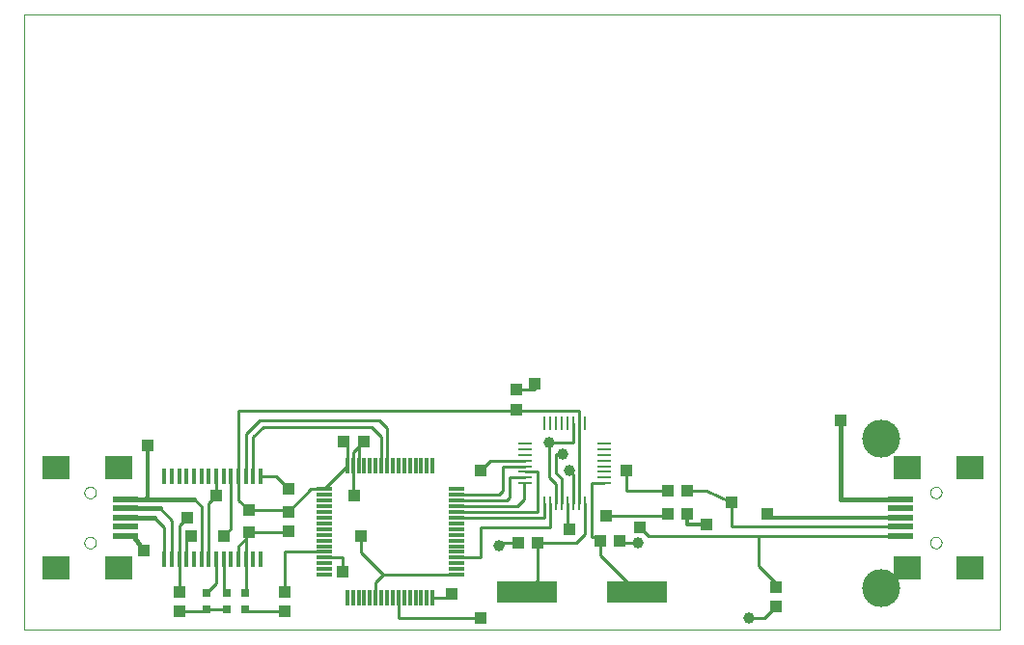
<source format=gtl>
G75*
G70*
%OFA0B0*%
%FSLAX24Y24*%
%IPPOS*%
%LPD*%
%AMOC8*
5,1,8,0,0,1.08239X$1,22.5*
%
%ADD10C,0.0000*%
%ADD11R,0.0433X0.0394*%
%ADD12R,0.0315X0.0315*%
%ADD13R,0.0137X0.0550*%
%ADD14R,0.0394X0.0433*%
%ADD15R,0.0118X0.0551*%
%ADD16R,0.0551X0.0118*%
%ADD17R,0.0945X0.0787*%
%ADD18R,0.0909X0.0197*%
%ADD19R,0.2100X0.0760*%
%ADD20R,0.0100X0.0450*%
%ADD21R,0.0450X0.0100*%
%ADD22C,0.1310*%
%ADD23C,0.0100*%
%ADD24R,0.0396X0.0396*%
%ADD25C,0.0160*%
%ADD26C,0.0396*%
%ADD27C,0.0120*%
D10*
X000128Y000229D02*
X000128Y021481D01*
X033828Y021481D01*
X033828Y000229D01*
X000128Y000229D01*
X002199Y003238D02*
X002201Y003265D01*
X002207Y003292D01*
X002216Y003318D01*
X002229Y003342D01*
X002245Y003365D01*
X002264Y003384D01*
X002286Y003401D01*
X002310Y003415D01*
X002335Y003425D01*
X002362Y003432D01*
X002389Y003435D01*
X002417Y003434D01*
X002444Y003429D01*
X002470Y003421D01*
X002494Y003409D01*
X002517Y003393D01*
X002538Y003375D01*
X002555Y003354D01*
X002570Y003330D01*
X002581Y003305D01*
X002589Y003279D01*
X002593Y003252D01*
X002593Y003224D01*
X002589Y003197D01*
X002581Y003171D01*
X002570Y003146D01*
X002555Y003122D01*
X002538Y003101D01*
X002517Y003083D01*
X002495Y003067D01*
X002470Y003055D01*
X002444Y003047D01*
X002417Y003042D01*
X002389Y003041D01*
X002362Y003044D01*
X002335Y003051D01*
X002310Y003061D01*
X002286Y003075D01*
X002264Y003092D01*
X002245Y003111D01*
X002229Y003134D01*
X002216Y003158D01*
X002207Y003184D01*
X002201Y003211D01*
X002199Y003238D01*
X002199Y004970D02*
X002201Y004997D01*
X002207Y005024D01*
X002216Y005050D01*
X002229Y005074D01*
X002245Y005097D01*
X002264Y005116D01*
X002286Y005133D01*
X002310Y005147D01*
X002335Y005157D01*
X002362Y005164D01*
X002389Y005167D01*
X002417Y005166D01*
X002444Y005161D01*
X002470Y005153D01*
X002494Y005141D01*
X002517Y005125D01*
X002538Y005107D01*
X002555Y005086D01*
X002570Y005062D01*
X002581Y005037D01*
X002589Y005011D01*
X002593Y004984D01*
X002593Y004956D01*
X002589Y004929D01*
X002581Y004903D01*
X002570Y004878D01*
X002555Y004854D01*
X002538Y004833D01*
X002517Y004815D01*
X002495Y004799D01*
X002470Y004787D01*
X002444Y004779D01*
X002417Y004774D01*
X002389Y004773D01*
X002362Y004776D01*
X002335Y004783D01*
X002310Y004793D01*
X002286Y004807D01*
X002264Y004824D01*
X002245Y004843D01*
X002229Y004866D01*
X002216Y004890D01*
X002207Y004916D01*
X002201Y004943D01*
X002199Y004970D01*
X031410Y004970D02*
X031412Y004997D01*
X031418Y005024D01*
X031427Y005050D01*
X031440Y005074D01*
X031456Y005097D01*
X031475Y005116D01*
X031497Y005133D01*
X031521Y005147D01*
X031546Y005157D01*
X031573Y005164D01*
X031600Y005167D01*
X031628Y005166D01*
X031655Y005161D01*
X031681Y005153D01*
X031705Y005141D01*
X031728Y005125D01*
X031749Y005107D01*
X031766Y005086D01*
X031781Y005062D01*
X031792Y005037D01*
X031800Y005011D01*
X031804Y004984D01*
X031804Y004956D01*
X031800Y004929D01*
X031792Y004903D01*
X031781Y004878D01*
X031766Y004854D01*
X031749Y004833D01*
X031728Y004815D01*
X031706Y004799D01*
X031681Y004787D01*
X031655Y004779D01*
X031628Y004774D01*
X031600Y004773D01*
X031573Y004776D01*
X031546Y004783D01*
X031521Y004793D01*
X031497Y004807D01*
X031475Y004824D01*
X031456Y004843D01*
X031440Y004866D01*
X031427Y004890D01*
X031418Y004916D01*
X031412Y004943D01*
X031410Y004970D01*
X031410Y003238D02*
X031412Y003265D01*
X031418Y003292D01*
X031427Y003318D01*
X031440Y003342D01*
X031456Y003365D01*
X031475Y003384D01*
X031497Y003401D01*
X031521Y003415D01*
X031546Y003425D01*
X031573Y003432D01*
X031600Y003435D01*
X031628Y003434D01*
X031655Y003429D01*
X031681Y003421D01*
X031705Y003409D01*
X031728Y003393D01*
X031749Y003375D01*
X031766Y003354D01*
X031781Y003330D01*
X031792Y003305D01*
X031800Y003279D01*
X031804Y003252D01*
X031804Y003224D01*
X031800Y003197D01*
X031792Y003171D01*
X031781Y003146D01*
X031766Y003122D01*
X031749Y003101D01*
X031728Y003083D01*
X031706Y003067D01*
X031681Y003055D01*
X031655Y003047D01*
X031628Y003042D01*
X031600Y003041D01*
X031573Y003044D01*
X031546Y003051D01*
X031521Y003061D01*
X031497Y003075D01*
X031475Y003092D01*
X031456Y003111D01*
X031440Y003134D01*
X031427Y003158D01*
X031418Y003184D01*
X031412Y003211D01*
X031410Y003238D01*
D11*
X020698Y003300D03*
X020029Y003300D03*
X017864Y003221D03*
X017194Y003221D03*
X011837Y006729D03*
X011168Y006729D03*
X009128Y001545D03*
X009128Y000876D03*
X005470Y000876D03*
X005470Y001545D03*
D12*
X006424Y001506D03*
X006424Y000915D03*
X007128Y000915D03*
X007753Y000915D03*
X007753Y001506D03*
X007128Y001506D03*
D13*
X007011Y002665D03*
X006756Y002665D03*
X006500Y002665D03*
X006244Y002665D03*
X005988Y002665D03*
X005732Y002665D03*
X005476Y002665D03*
X005220Y002665D03*
X004964Y002665D03*
X007267Y002665D03*
X007523Y002665D03*
X007779Y002665D03*
X008035Y002665D03*
X008291Y002665D03*
X008291Y005544D03*
X008035Y005544D03*
X007779Y005544D03*
X007523Y005544D03*
X007267Y005544D03*
X007011Y005544D03*
X006756Y005544D03*
X006500Y005544D03*
X006244Y005544D03*
X005988Y005544D03*
X005732Y005544D03*
X005476Y005544D03*
X005220Y005544D03*
X004964Y005544D03*
D14*
X009253Y004314D03*
X009253Y003644D03*
X017135Y007847D03*
X017135Y008517D03*
X022344Y005035D03*
X023013Y005035D03*
X023013Y004238D03*
X022344Y004238D03*
X026087Y001706D03*
X026087Y001037D03*
D15*
X014229Y001321D03*
X014032Y001321D03*
X013835Y001321D03*
X013638Y001321D03*
X013442Y001321D03*
X013245Y001321D03*
X013048Y001321D03*
X012851Y001321D03*
X012654Y001321D03*
X012457Y001321D03*
X012260Y001321D03*
X012064Y001321D03*
X011867Y001321D03*
X011670Y001321D03*
X011473Y001321D03*
X011276Y001321D03*
X011276Y005888D03*
X011473Y005888D03*
X011670Y005888D03*
X011867Y005888D03*
X012064Y005888D03*
X012260Y005888D03*
X012457Y005888D03*
X012654Y005888D03*
X012851Y005888D03*
X013048Y005888D03*
X013245Y005888D03*
X013442Y005888D03*
X013638Y005888D03*
X013835Y005888D03*
X014032Y005888D03*
X014229Y005888D03*
D16*
X015036Y005081D03*
X015036Y004884D03*
X015036Y004687D03*
X015036Y004490D03*
X015036Y004293D03*
X015036Y004096D03*
X015036Y003899D03*
X015036Y003703D03*
X015036Y003506D03*
X015036Y003309D03*
X015036Y003112D03*
X015036Y002915D03*
X015036Y002718D03*
X015036Y002521D03*
X015036Y002325D03*
X015036Y002128D03*
X010469Y002128D03*
X010469Y002325D03*
X010469Y002521D03*
X010469Y002718D03*
X010469Y002915D03*
X010469Y003112D03*
X010469Y003309D03*
X010469Y003506D03*
X010469Y003703D03*
X010469Y003899D03*
X010469Y004096D03*
X010469Y004293D03*
X010469Y004490D03*
X010469Y004687D03*
X010469Y004884D03*
X010469Y005081D03*
D17*
X003381Y005836D03*
X001215Y005836D03*
X001215Y002372D03*
X003381Y002372D03*
X030623Y002372D03*
X032788Y002372D03*
X032788Y005836D03*
X030623Y005836D03*
D18*
X030401Y004734D03*
X030401Y004419D03*
X030401Y004104D03*
X030401Y003789D03*
X030401Y003474D03*
X003603Y003474D03*
X003603Y003789D03*
X003603Y004104D03*
X003603Y004419D03*
X003603Y004734D03*
D19*
X017478Y001539D03*
X021278Y001539D03*
D20*
X019478Y004599D03*
X019281Y004599D03*
X019084Y004599D03*
X018887Y004599D03*
X018691Y004599D03*
X018494Y004599D03*
X018297Y004599D03*
X018100Y004599D03*
X018100Y007355D03*
X018297Y007355D03*
X018494Y007355D03*
X018691Y007355D03*
X018887Y007355D03*
X019084Y007355D03*
X019281Y007355D03*
X019478Y007355D03*
D21*
X020167Y006666D03*
X020167Y006469D03*
X020167Y006272D03*
X020167Y006076D03*
X020167Y005879D03*
X020167Y005682D03*
X020167Y005485D03*
X020167Y005288D03*
X017411Y005288D03*
X017411Y005485D03*
X017411Y005682D03*
X017411Y005879D03*
X017411Y006076D03*
X017411Y006272D03*
X017411Y006469D03*
X017411Y006666D03*
D22*
X029734Y006830D03*
X029734Y001660D03*
D23*
X030401Y003474D02*
X025482Y003474D01*
X025482Y002434D01*
X026087Y001829D01*
X026087Y001706D01*
X026087Y001037D02*
X025673Y000623D01*
X025167Y000623D01*
X021278Y001539D02*
X020029Y002788D01*
X020029Y003300D01*
X020167Y003438D01*
X019734Y003438D01*
X019734Y005288D01*
X020167Y005288D01*
X020915Y005035D02*
X020915Y005741D01*
X020927Y005741D01*
X020915Y005035D02*
X022344Y005035D01*
X023013Y005035D02*
X023671Y005035D01*
X024537Y004639D01*
X024537Y003789D01*
X030401Y003789D01*
X030401Y003474D02*
X021686Y003474D01*
X021387Y003772D01*
X022344Y004166D02*
X022344Y004238D01*
X022344Y004166D02*
X020206Y004166D01*
X019478Y004599D02*
X019478Y003517D01*
X019183Y003221D01*
X017864Y003221D01*
X017864Y001925D01*
X017478Y001539D01*
X015876Y000623D02*
X013048Y000623D01*
X013048Y001321D01*
X012260Y001321D02*
X012260Y001862D01*
X012526Y002128D01*
X011753Y002901D01*
X011753Y003479D01*
X011128Y002718D02*
X011128Y002229D01*
X011128Y002718D02*
X010469Y002718D01*
X010469Y002915D02*
X009128Y002915D01*
X009128Y001545D01*
X009128Y000876D02*
X007831Y000876D01*
X007753Y000915D01*
X007128Y000915D02*
X006424Y000915D01*
X006227Y000876D01*
X005470Y000876D01*
X006424Y001506D02*
X006756Y001837D01*
X006756Y002665D01*
X007011Y002665D02*
X007011Y001622D01*
X007128Y001506D01*
X007753Y001506D02*
X007779Y001532D01*
X007779Y002665D01*
X007779Y003379D01*
X007523Y003123D01*
X007523Y002665D01*
X007779Y003379D02*
X007779Y003506D01*
X007878Y003604D01*
X009293Y003604D01*
X009253Y003644D01*
X009253Y004314D02*
X010019Y005081D01*
X010469Y005081D01*
X011276Y005888D01*
X011276Y006621D01*
X011168Y006729D01*
X011473Y006365D02*
X011837Y006729D01*
X011670Y006562D01*
X011670Y005888D01*
X011473Y005888D02*
X011473Y006365D01*
X011473Y005888D02*
X011473Y004884D01*
X011503Y004854D01*
X012457Y005888D02*
X012457Y006899D01*
X012128Y007229D01*
X008378Y007229D01*
X008035Y006887D01*
X008035Y005544D01*
X007779Y005544D02*
X007779Y007006D01*
X008253Y007479D01*
X012378Y007479D01*
X012654Y007203D01*
X012654Y005888D01*
X015036Y004884D02*
X016514Y004884D01*
X016663Y005032D01*
X016663Y005879D01*
X017411Y005879D01*
X017411Y006076D02*
X016210Y006076D01*
X015876Y005741D01*
X016899Y005485D02*
X017411Y005485D01*
X017411Y005288D02*
X017372Y005249D01*
X017372Y004717D01*
X017144Y004490D01*
X015036Y004490D01*
X015036Y004687D02*
X016790Y004687D01*
X016899Y004796D01*
X016899Y005485D01*
X017411Y005682D02*
X017844Y005682D01*
X017844Y004293D01*
X015036Y004293D01*
X015036Y004096D02*
X018100Y004096D01*
X018100Y004599D01*
X018297Y004599D02*
X018297Y003772D01*
X015876Y003772D01*
X015876Y002718D01*
X015036Y002718D01*
X015036Y002128D02*
X012526Y002128D01*
X014229Y001321D02*
X014719Y001321D01*
X014878Y001479D01*
X016506Y003143D02*
X016584Y003221D01*
X017194Y003221D01*
X018887Y003753D02*
X018946Y003694D01*
X018887Y003753D02*
X018887Y004599D01*
X018691Y004599D02*
X018691Y005426D01*
X018474Y005662D01*
X018474Y006292D01*
X018710Y006292D01*
X019084Y006686D02*
X018238Y006686D01*
X018238Y005505D01*
X018494Y005249D01*
X018494Y004599D01*
X019084Y004599D02*
X019084Y005603D01*
X018946Y005741D01*
X019084Y006686D02*
X019084Y007355D01*
X019281Y007355D02*
X019281Y007788D01*
X017214Y007788D01*
X017214Y007847D01*
X017135Y007847D01*
X017214Y007788D02*
X007529Y007788D01*
X007529Y005544D01*
X007523Y005544D01*
X007523Y004708D01*
X007878Y004354D01*
X009212Y004354D01*
X009253Y004314D01*
X009253Y005104D02*
X008813Y005544D01*
X008291Y005544D01*
X007267Y005544D02*
X007267Y003744D01*
X007003Y003479D01*
X006500Y002665D02*
X006500Y004601D01*
X006753Y004854D01*
X006753Y005479D01*
X006756Y005482D01*
X006756Y005544D01*
X005998Y004734D02*
X006244Y004488D01*
X006244Y002665D01*
X005732Y002665D02*
X005732Y003458D01*
X005878Y003479D01*
X005476Y003828D02*
X005753Y004104D01*
X005476Y003828D02*
X005476Y002665D01*
X005476Y002090D01*
X005470Y001545D01*
X005220Y002665D02*
X005220Y004012D01*
X004813Y004419D01*
X004628Y004104D02*
X004964Y003768D01*
X004964Y002665D01*
X017135Y008517D02*
X017765Y008517D01*
X017765Y008733D01*
X019281Y007355D02*
X019281Y004599D01*
X020698Y003300D02*
X020777Y003221D01*
X021309Y003221D01*
D24*
X021387Y003772D03*
X020206Y004166D03*
X018946Y003694D03*
X020915Y005741D03*
X023671Y003851D03*
X024537Y004639D03*
X025797Y004245D03*
X028317Y007473D03*
X017765Y008733D03*
X015876Y005741D03*
X011753Y003479D03*
X011128Y002229D03*
X007878Y003604D03*
X007878Y004354D03*
X006753Y004854D03*
X005753Y004104D03*
X005878Y003479D03*
X007003Y003479D03*
X009253Y005104D03*
X011503Y004854D03*
X014878Y001479D03*
X015876Y000623D03*
X004253Y002979D03*
X004380Y006607D03*
D25*
X004301Y004734D02*
X003603Y004734D01*
X003603Y004419D02*
X004813Y004419D01*
X004628Y004104D02*
X003603Y004104D01*
X003603Y003474D02*
X003882Y003474D01*
X004253Y002979D01*
X004301Y004734D02*
X005998Y004734D01*
X028317Y004734D02*
X028317Y007473D01*
X028317Y004734D02*
X030401Y004734D01*
D26*
X025167Y000623D03*
X021309Y003221D03*
X018946Y005741D03*
X018710Y006292D03*
X018238Y006686D03*
X016506Y003143D03*
D27*
X023006Y003851D02*
X023671Y003851D01*
X023006Y003851D02*
X023013Y004238D01*
X025780Y004104D02*
X025797Y004245D01*
X025780Y004104D02*
X030401Y004104D01*
X004380Y004813D02*
X004301Y004734D01*
X004380Y004813D02*
X004380Y006607D01*
M02*

</source>
